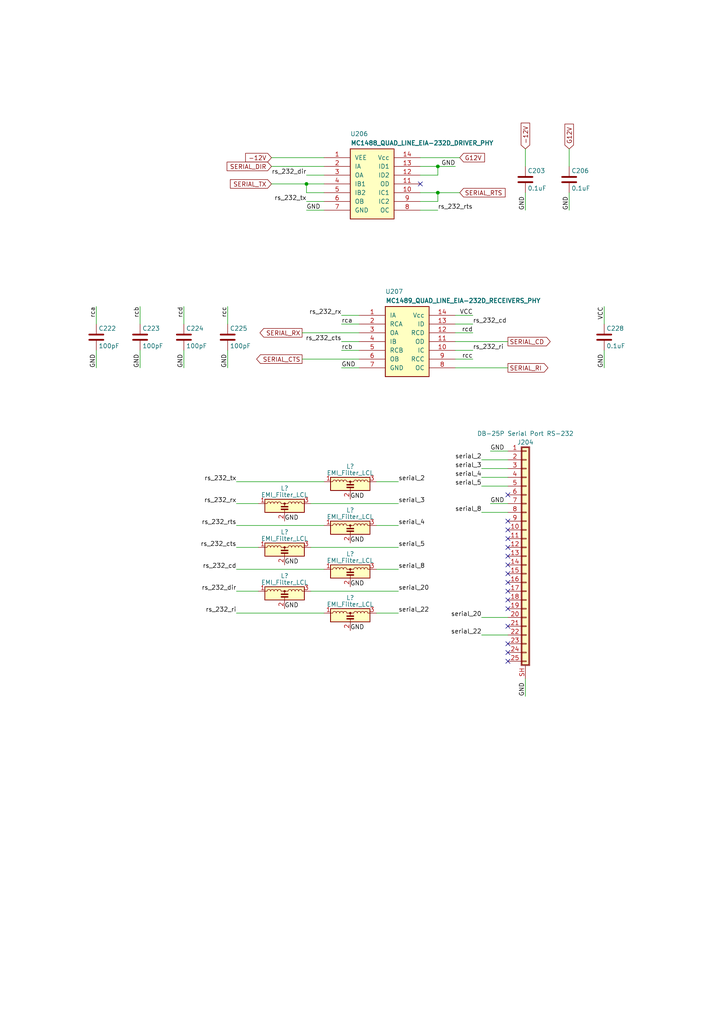
<source format=kicad_sch>
(kicad_sch (version 20230121) (generator eeschema)
  (paper "A4" portrait)
  (title_block (title "Converted schematics of Atari STE") (date "2021-08-31") (rev "1.0.0") (comment 1 "Reference : C300780-001"))
  (lib_symbols
    (symbol "Connector_Generic_Shielded:Conn_01x25_Shielded" (pin_names (offset 1.016) hide)
      (property "Reference" "J" (at 0.254 32.766 0))
      (property "Value" "Conn_01x25_Shielded" (at 1.016 -32.766 0))
      (symbol "Conn_01x25_Shielded_1_1"
        (rectangle (start -1.27 31.75) (end 1.27 -31.75) (stroke (width 0.1524)))
        (rectangle (start -1.016 -30.353) (end 0.254 -30.607) (stroke (width 0.1524)))
        (rectangle (start -1.016 -27.813) (end 0.254 -28.067) (stroke (width 0.1524)))
        (rectangle (start -1.016 -25.273) (end 0.254 -25.527) (stroke (width 0.1524)))
        (rectangle (start -1.016 -22.733) (end 0.254 -22.987) (stroke (width 0.1524)))
        (rectangle (start -1.016 -20.193) (end 0.254 -20.447) (stroke (width 0.1524)))
        (rectangle (start -1.016 -17.653) (end 0.254 -17.907) (stroke (width 0.1524)))
        (rectangle (start -1.016 -15.113) (end 0.254 -15.367) (stroke (width 0.1524)))
        (rectangle (start -1.016 -12.573) (end 0.254 -12.827) (stroke (width 0.1524)))
        (rectangle (start -1.016 -10.033) (end 0.254 -10.287) (stroke (width 0.1524)))
        (rectangle (start -1.016 -7.493) (end 0.254 -7.747) (stroke (width 0.1524)))
        (rectangle (start -1.016 -4.953) (end 0.254 -5.207) (stroke (width 0.1524)))
        (rectangle (start -1.016 -2.413) (end 0.254 -2.667) (stroke (width 0.1524)))
        (rectangle (start -1.016 0.127) (end 0.254 -0.127) (stroke (width 0.1524)))
        (rectangle (start -1.016 2.667) (end 0.254 2.413) (stroke (width 0.1524)))
        (rectangle (start -1.016 5.207) (end 0.254 4.953) (stroke (width 0.1524)))
        (rectangle (start -1.016 7.747) (end 0.254 7.493) (stroke (width 0.1524)))
        (rectangle (start -1.016 10.287) (end 0.254 10.033) (stroke (width 0.1524)))
        (rectangle (start -1.016 12.827) (end 0.254 12.573) (stroke (width 0.1524)))
        (rectangle (start -1.016 15.367) (end 0.254 15.113) (stroke (width 0.1524)))
        (rectangle (start -1.016 17.907) (end 0.254 17.653) (stroke (width 0.1524)))
        (rectangle (start -1.016 20.447) (end 0.254 20.193) (stroke (width 0.1524)))
        (rectangle (start -1.016 22.987) (end 0.254 22.733) (stroke (width 0.1524)))
        (rectangle (start -1.016 25.527) (end 0.254 25.273) (stroke (width 0.1524)))
        (rectangle (start -1.016 28.067) (end 0.254 27.813) (stroke (width 0.1524)))
        (rectangle (start -1.016 30.607) (end 0.254 30.353) (stroke (width 0.1524)))
        (rectangle (start -1.016 31.496) (end 1.016 -31.496) (stroke (width 0.254)) (fill (type background)))
        (pin passive line (at -5.08 30.48 0) (length 4.064) (name "Pin_1") (number "1"))
        (pin passive line (at -5.08 7.62 0) (length 4.064) (name "Pin_10") (number "10"))
        (pin passive line (at -5.08 5.08 0) (length 4.064) (name "Pin_11") (number "11"))
        (pin passive line (at -5.08 2.54 0) (length 4.064) (name "Pin_12") (number "12"))
        (pin passive line (at -5.08 0 0) (length 4.064) (name "Pin_13") (number "13"))
        (pin passive line (at -5.08 -2.54 0) (length 4.064) (name "Pin_14") (number "14"))
        (pin passive line (at -5.08 -5.08 0) (length 4.064) (name "Pin_15") (number "15"))
        (pin passive line (at -5.08 -7.62 0) (length 4.064) (name "Pin_16") (number "16"))
        (pin passive line (at -5.08 -10.16 0) (length 4.064) (name "Pin_17") (number "17"))
        (pin passive line (at -5.08 -12.7 0) (length 4.064) (name "Pin_18") (number "18"))
        (pin passive line (at -5.08 -15.24 0) (length 4.064) (name "Pin_19") (number "19"))
        (pin passive line (at -5.08 27.94 0) (length 4.064) (name "Pin_2") (number "2"))
        (pin passive line (at -5.08 -17.78 0) (length 4.064) (name "Pin_20") (number "20"))
        (pin passive line (at -5.08 -20.32 0) (length 4.064) (name "Pin_21") (number "21"))
        (pin passive line (at -5.08 -22.86 0) (length 4.064) (name "Pin_22") (number "22"))
        (pin passive line (at -5.08 -25.4 0) (length 4.064) (name "Pin_23") (number "23"))
        (pin passive line (at -5.08 -27.94 0) (length 4.064) (name "Pin_24") (number "24"))
        (pin passive line (at -5.08 -30.48 0) (length 4.064) (name "Pin_25") (number "25"))
        (pin passive line (at -5.08 25.4 0) (length 4.064) (name "Pin_3") (number "3"))
        (pin passive line (at -5.08 22.86 0) (length 4.064) (name "Pin_4") (number "4"))
        (pin passive line (at -5.08 20.32 0) (length 4.064) (name "Pin_5") (number "5"))
        (pin passive line (at -5.08 17.78 0) (length 4.064) (name "Pin_6") (number "6"))
        (pin passive line (at -5.08 15.24 0) (length 4.064) (name "Pin_7") (number "7"))
        (pin passive line (at -5.08 12.7 0) (length 4.064) (name "Pin_8") (number "8"))
        (pin passive line (at -5.08 10.16 0) (length 4.064) (name "Pin_9") (number "9"))
        (pin passive line (at 0 -35.56 90) (length 3.81) (name "Shield") (number "SH"))
      )
    )
    (symbol "Device:C" (pin_numbers hide) (pin_names (offset 0.254))
      (property "Reference" "C" (at 0.635 2.54 0))
      (property "Value" "C" (at 0.635 -2.54 0))
      (symbol "C_0_1"
        (polyline (pts (xy -2.032 -0.762) (xy 2.032 -0.762)) (stroke (width 0.508)))
        (polyline (pts (xy -2.032 0.762) (xy 2.032 0.762)) (stroke (width 0.508)))
      )
      (symbol "C_1_1"
        (pin passive line (at 0 3.81 270) (length 2.794) (name "~") (number "1"))
        (pin passive line (at 0 -3.81 90) (length 2.794) (name "~") (number "2"))
      )
    )
    (symbol "Device:EMI_Filter_LCL" (pin_names (offset 0.254) hide)
      (property "Reference" "FL" (at 0 6.985 0))
      (property "Value" "Device_EMI_Filter_LCL" (at 0 5.08 0))
      (symbol "EMI_Filter_LCL_0_1"
        (rectangle (start -5.715 3.81) (end 5.715 0) (stroke (width 0.254)) (fill (type background)))
        (arc (start -4.064 2.54) (mid -4.572 3.048) (end -5.08 2.54))
        (arc (start -3.048 2.54) (mid -3.556 3.048) (end -4.064 2.54))
        (arc (start -2.032 2.54) (mid -2.54 3.048) (end -3.048 2.54))
        (rectangle (start -1.016 0.762) (end 1.016 1.016) (fill (type outline)))
        (arc (start -1.016 2.54) (mid -1.524 3.048) (end -2.032 2.54))
        (polyline (pts (xy -1.016 2.54) (xy 1.016 2.54)))
        (polyline (pts (xy 0 0.762) (xy 0 0)))
        (polyline (pts (xy 0 2.54) (xy 0 1.778)))
        (circle (center 0 2.54) (radius 0.254) (fill (type outline)))
        (rectangle (start 1.016 1.524) (end -1.016 1.778) (fill (type outline)))
        (arc (start 2.032 2.54) (mid 1.524 3.048) (end 1.016 2.54))
        (arc (start 3.048 2.54) (mid 2.54 3.048) (end 2.032 2.54))
        (arc (start 4.064 2.54) (mid 3.556 3.048) (end 3.048 2.54))
        (arc (start 5.08 2.54) (mid 4.572 3.048) (end 4.064 2.54))
      )
      (symbol "EMI_Filter_LCL_1_1"
        (pin passive line (at -7.62 2.54 0) (length 2.54) (name "1") (number "1"))
        (pin passive line (at 0 -2.54 90) (length 2.54) (name "2") (number "2"))
        (pin passive line (at 7.62 2.54 180) (length 2.54) (name "3") (number "3"))
      )
    )
    (symbol "mc1488:MC1488_QUAD_LINE_EIA-232D_DRIVER_PHY" (pin_names (offset 1.27))
      (property "Reference" "U" (at -6.35 15.24 0))
      (property "Value" "MC1488_QUAD_LINE_EIA-232D_DRIVER_PHY" (at -6.35 12.7 0))
      (symbol "MC1488_QUAD_LINE_EIA-232D_DRIVER_PHY_0_0"
        (rectangle (start -6.35 10.16) (end 6.35 -10.16) (stroke (width 0.254)) (fill (type background)))
        (pin input line (at -13.97 7.62 0) (length 7.62) (name "VEE") (number "1"))
        (pin input line (at 13.97 -2.54 180) (length 7.62) (name "IC1") (number "10"))
        (pin output line (at 13.97 0 180) (length 7.62) (name "OD") (number "11"))
        (pin input line (at 13.97 2.54 180) (length 7.62) (name "ID2") (number "12"))
        (pin input line (at 13.97 5.08 180) (length 7.62) (name "ID1") (number "13"))
        (pin power_in line (at 13.97 7.62 180) (length 7.62) (name "Vcc") (number "14"))
        (pin input line (at -13.97 5.08 0) (length 7.62) (name "IA") (number "2"))
        (pin output line (at -13.97 2.54 0) (length 7.62) (name "OA") (number "3"))
        (pin input line (at -13.97 0 0) (length 7.62) (name "IB1") (number "4"))
        (pin input line (at -13.97 -2.54 0) (length 7.62) (name "IB2") (number "5"))
        (pin output line (at -13.97 -5.08 0) (length 7.62) (name "OB") (number "6"))
        (pin power_in line (at -13.97 -7.62 0) (length 7.62) (name "GND") (number "7"))
        (pin output line (at 13.97 -7.62 180) (length 7.62) (name "OC") (number "8"))
        (pin input line (at 13.97 -5.08 180) (length 7.62) (name "IC2") (number "9"))
      )
    )
    (symbol "mc1489:MC1489_QUAD_LINE_EIA-232D_RECEIVERS_PHY" (pin_names (offset 1.27))
      (property "Reference" "U" (at -6.35 15.24 0))
      (property "Value" "MC1489_QUAD_LINE_EIA-232D_RECEIVERS_PHY" (at -6.35 12.7 0))
      (symbol "MC1489_QUAD_LINE_EIA-232D_RECEIVERS_PHY_0_0"
        (rectangle (start -6.35 10.16) (end 6.35 -10.16) (stroke (width 0.254)) (fill (type background)))
        (pin input line (at -13.97 7.62 0) (length 7.62) (name "IA") (number "1"))
        (pin input line (at 13.97 -2.54 180) (length 7.62) (name "IC") (number "10"))
        (pin output line (at 13.97 0 180) (length 7.62) (name "OD") (number "11"))
        (pin input line (at 13.97 2.54 180) (length 7.62) (name "RCD") (number "12"))
        (pin input line (at 13.97 5.08 180) (length 7.62) (name "ID") (number "13"))
        (pin power_in line (at 13.97 7.62 180) (length 7.62) (name "Vcc") (number "14"))
        (pin input line (at -13.97 5.08 0) (length 7.62) (name "RCA") (number "2"))
        (pin output line (at -13.97 2.54 0) (length 7.62) (name "OA") (number "3"))
        (pin input line (at -13.97 0 0) (length 7.62) (name "IB") (number "4"))
        (pin input line (at -13.97 -2.54 0) (length 7.62) (name "RCB") (number "5"))
        (pin output line (at -13.97 -5.08 0) (length 7.62) (name "OB") (number "6"))
        (pin power_in line (at -13.97 -7.62 0) (length 7.62) (name "GND") (number "7"))
        (pin output line (at 13.97 -7.62 180) (length 7.62) (name "OC") (number "8"))
        (pin input line (at 13.97 -5.08 180) (length 7.62) (name "RCC") (number "9"))
      )
    )
  )
  (junction (at 127 48.26))
  (junction (at 127 55.88))
  (junction (at 88.9 53.34))
  (no_connect (at 147.32 156.21))
  (no_connect (at 147.32 186.69))
  (no_connect (at 147.32 189.23))
  (no_connect (at 147.32 176.53))
  (no_connect (at 147.32 191.77))
  (no_connect (at 147.32 171.45))
  (no_connect (at 147.32 173.99))
  (no_connect (at 147.32 163.83))
  (no_connect (at 147.32 168.91))
  (no_connect (at 147.32 151.13))
  (no_connect (at 147.32 143.51))
  (no_connect (at 147.32 166.37))
  (no_connect (at 147.32 181.61))
  (no_connect (at 147.32 161.29))
  (no_connect (at 147.32 158.75))
  (no_connect (at 121.92 53.34))
  (no_connect (at 147.32 153.67))
  (wire (pts (xy 152.4 55.88) (xy 152.4 60.96)))
  (wire (pts (xy 78.74 45.72) (xy 93.98 45.72)))
  (wire (pts (xy 127 50.8) (xy 121.92 50.8)))
  (wire (pts (xy 109.22 152.4) (xy 115.57 152.4)))
  (wire (pts (xy 132.08 91.44) (xy 137.16 91.44)))
  (wire (pts (xy 175.26 101.6) (xy 175.26 106.68)))
  (wire (pts (xy 132.08 104.14) (xy 137.16 104.14)))
  (wire (pts (xy 68.58 165.1) (xy 93.98 165.1)))
  (wire (pts (xy 109.22 177.8) (xy 115.57 177.8)))
  (wire (pts (xy 27.94 88.9) (xy 27.94 93.98)))
  (wire (pts (xy 127 48.26) (xy 127 50.8)))
  (wire (pts (xy 99.06 91.44) (xy 104.14 91.44)))
  (wire (pts (xy 78.74 48.26) (xy 93.98 48.26)))
  (wire (pts (xy 99.06 106.68) (xy 104.14 106.68)))
  (wire (pts (xy 90.17 146.05) (xy 115.57 146.05)))
  (wire (pts (xy 132.08 99.06) (xy 147.32 99.06)))
  (wire (pts (xy 175.26 88.9) (xy 175.26 93.98)))
  (wire (pts (xy 99.06 101.6) (xy 104.14 101.6)))
  (wire (pts (xy 132.08 101.6) (xy 137.16 101.6)))
  (wire (pts (xy 88.9 60.96) (xy 93.98 60.96)))
  (wire (pts (xy 90.17 158.75) (xy 115.57 158.75)))
  (wire (pts (xy 87.63 96.52) (xy 104.14 96.52)))
  (wire (pts (xy 68.58 146.05) (xy 74.93 146.05)))
  (wire (pts (xy 139.7 179.07) (xy 147.32 179.07)))
  (wire (pts (xy 121.92 55.88) (xy 127 55.88)))
  (wire (pts (xy 165.1 55.88) (xy 165.1 60.96)))
  (wire (pts (xy 40.64 88.9) (xy 40.64 93.98)))
  (wire (pts (xy 53.34 101.6) (xy 53.34 106.68)))
  (wire (pts (xy 27.94 101.6) (xy 27.94 106.68)))
  (wire (pts (xy 68.58 139.7) (xy 93.98 139.7)))
  (wire (pts (xy 121.92 60.96) (xy 127 60.96)))
  (wire (pts (xy 132.08 106.68) (xy 147.32 106.68)))
  (wire (pts (xy 127 55.88) (xy 133.35 55.88)))
  (wire (pts (xy 68.58 171.45) (xy 74.93 171.45)))
  (wire (pts (xy 68.58 177.8) (xy 93.98 177.8)))
  (wire (pts (xy 109.22 139.7) (xy 115.57 139.7)))
  (wire (pts (xy 142.24 146.05) (xy 147.32 146.05)))
  (wire (pts (xy 127 55.88) (xy 127 58.42)))
  (wire (pts (xy 88.9 53.34) (xy 88.9 55.88)))
  (wire (pts (xy 152.4 43.18) (xy 152.4 48.26)))
  (wire (pts (xy 87.63 104.14) (xy 104.14 104.14)))
  (wire (pts (xy 66.04 101.6) (xy 66.04 106.68)))
  (wire (pts (xy 68.58 158.75) (xy 74.93 158.75)))
  (wire (pts (xy 88.9 55.88) (xy 93.98 55.88)))
  (wire (pts (xy 88.9 50.8) (xy 93.98 50.8)))
  (wire (pts (xy 99.06 99.06) (xy 104.14 99.06)))
  (wire (pts (xy 40.64 101.6) (xy 40.64 106.68)))
  (wire (pts (xy 88.9 53.34) (xy 93.98 53.34)))
  (wire (pts (xy 90.17 171.45) (xy 115.57 171.45)))
  (wire (pts (xy 121.92 45.72) (xy 133.35 45.72)))
  (wire (pts (xy 127 48.26) (xy 132.08 48.26)))
  (wire (pts (xy 165.1 43.18) (xy 165.1 48.26)))
  (wire (pts (xy 88.9 58.42) (xy 93.98 58.42)))
  (wire (pts (xy 53.34 88.9) (xy 53.34 93.98)))
  (wire (pts (xy 99.06 93.98) (xy 104.14 93.98)))
  (wire (pts (xy 139.7 133.35) (xy 147.32 133.35)))
  (wire (pts (xy 127 58.42) (xy 121.92 58.42)))
  (wire (pts (xy 139.7 135.89) (xy 147.32 135.89)))
  (wire (pts (xy 66.04 88.9) (xy 66.04 93.98)))
  (wire (pts (xy 127 48.26) (xy 121.92 48.26)))
  (wire (pts (xy 132.08 93.98) (xy 137.16 93.98)))
  (wire (pts (xy 152.4 201.93) (xy 152.4 196.85)))
  (wire (pts (xy 142.24 130.81) (xy 147.32 130.81)))
  (wire (pts (xy 139.7 184.15) (xy 147.32 184.15)))
  (wire (pts (xy 139.7 140.97) (xy 147.32 140.97)))
  (wire (pts (xy 68.58 152.4) (xy 93.98 152.4)))
  (wire (pts (xy 139.7 148.59) (xy 147.32 148.59)))
  (wire (pts (xy 78.74 53.34) (xy 88.9 53.34)))
  (wire (pts (xy 132.08 96.52) (xy 137.16 96.52)))
  (wire (pts (xy 139.7 138.43) (xy 147.32 138.43)))
  (wire (pts (xy 109.22 165.1) (xy 115.57 165.1)))
  (label "rca" (at 27.94 88.9 270))
  (label "GND" (at 82.55 163.83 0))
  (label "GND" (at 101.6 144.78 0))
  (label "GND" (at 132.08 48.26 180))
  (label "rcb" (at 40.64 88.9 270))
  (label "rs_232_dir" (at 88.9 50.8 180))
  (label "rcd" (at 137.16 96.52 180))
  (label "GND" (at 101.6 170.18 0))
  (label "GND" (at 82.55 151.13 0))
  (label "serial_8" (at 139.7 148.59 180))
  (label "GND" (at 152.4 60.96 90))
  (label "rs_232_cts" (at 68.58 158.75 180))
  (label "serial_5" (at 115.57 158.75 0))
  (label "rca" (at 99.06 93.98 0))
  (label "serial_4" (at 139.7 138.43 180))
  (label "GND" (at 165.1 60.96 90))
  (label "rcb" (at 99.06 101.6 0))
  (label "GND" (at 175.26 106.68 90))
  (label "rs_232_dir" (at 68.58 171.45 180))
  (label "rs_232_tx" (at 68.58 139.7 180))
  (label "serial_4" (at 115.57 152.4 0))
  (label "serial_22" (at 139.7 184.15 180))
  (label "serial_20" (at 115.57 171.45 0))
  (label "serial_2" (at 139.7 133.35 180))
  (label "rs_232_rx" (at 99.06 91.44 180))
  (label "rcc" (at 66.04 88.9 270))
  (label "rcc" (at 137.16 104.14 180))
  (label "GND" (at 99.06 106.68 0))
  (label "GND" (at 142.24 146.05 0))
  (label "serial_8" (at 115.57 165.1 0))
  (label "serial_2" (at 115.57 139.7 0))
  (label "GND" (at 40.64 106.68 90))
  (label "rs_232_cts" (at 99.06 99.06 180))
  (label "serial_3" (at 139.7 135.89 180))
  (label "VCC" (at 137.16 91.44 180))
  (label "rs_232_rts" (at 127 60.96 0))
  (label "serial_5" (at 139.7 140.97 180))
  (label "VCC" (at 175.26 88.9 270))
  (label "rs_232_cd" (at 68.58 165.1 180))
  (label "rs_232_rts" (at 68.58 152.4 180))
  (label "GND" (at 53.34 106.68 90))
  (label "GND" (at 82.55 176.53 0))
  (label "GND" (at 152.4 201.93 90))
  (label "GND" (at 27.94 106.68 90))
  (label "GND" (at 142.24 130.81 0))
  (label "GND" (at 101.6 182.88 0))
  (label "GND" (at 66.04 106.68 90))
  (label "rs_232_ri" (at 68.58 177.8 180))
  (label "rs_232_cd" (at 137.16 93.98 0))
  (label "serial_3" (at 115.57 146.05 0))
  (label "rs_232_ri" (at 137.16 101.6 0))
  (label "GND" (at 101.6 157.48 0))
  (label "serial_22" (at 115.57 177.8 0))
  (label "GND" (at 88.9 60.96 0))
  (label "rcd" (at 53.34 88.9 270))
  (label "serial_20" (at 139.7 179.07 180))
  (label "rs_232_rx" (at 68.58 146.05 180))
  (label "rs_232_tx" (at 88.9 58.42 180))
  (global_label "SERIAL_CTS" (shape output) (at 87.63 104.14 180) (property "Intersheetrefs" "${INTERSHEET_REFS}" (effects hide)))
  (global_label "SERIAL_RI" (shape output) (at 147.32 106.68 0) (property "Intersheetrefs" "${INTERSHEET_REFS}" (effects hide)))
  (global_label "-12V" (shape input) (at 78.74 45.72 180) (property "Intersheetrefs" "${INTERSHEET_REFS}" (effects hide)))
  (global_label "-12V" (shape input) (at 152.4 43.18 90) (property "Intersheetrefs" "${INTERSHEET_REFS}" (effects hide)))
  (global_label "SERIAL_CD" (shape output) (at 147.32 99.06 0) (property "Intersheetrefs" "${INTERSHEET_REFS}" (effects hide)))
  (global_label "SERIAL_RTS" (shape input) (at 133.35 55.88 0) (property "Intersheetrefs" "${INTERSHEET_REFS}" (effects hide)))
  (global_label "G12V" (shape input) (at 165.1 43.18 90) (property "Intersheetrefs" "${INTERSHEET_REFS}" (effects hide)))
  (global_label "SERIAL_TX" (shape input) (at 78.74 53.34 180) (property "Intersheetrefs" "${INTERSHEET_REFS}" (effects hide)))
  (global_label "SERIAL_DIR" (shape input) (at 78.74 48.26 180) (property "Intersheetrefs" "${INTERSHEET_REFS}" (effects hide)))
  (global_label "G12V" (shape input) (at 133.35 45.72 0) (property "Intersheetrefs" "${INTERSHEET_REFS}" (effects hide)))
  (global_label "SERIAL_RX" (shape output) (at 87.63 96.52 180) (property "Intersheetrefs" "${INTERSHEET_REFS}" (effects hide)))
  (symbol (lib_id "Connector_Generic_Shielded:Conn_01x25_Shielded") (at 152.4 161.29 0) (unit 1)
    (property "Reference" "J204" (at 152.4 128.27 0))
    (property "Value" "DB-25P Serial Port RS-232" (at 152.4 125.73 0))
    (property "Footprint" "commons-interconnect_THT:DSUB-25_Male_Horizontal_P2.77x2.84mm_EdgePinOffset7.70mm_Housed_MountingHolesOffset9.12mm" (effects hide))
  )
  (symbol (lib_id "mc1488:MC1488_QUAD_LINE_EIA-232D_DRIVER_PHY") (at 107.95 53.34 0) (unit 1)
    (property "Reference" "U206" (at 101.6 38.1 0) (effects (justify left top)))
    (property "Value" "MC1488_QUAD_LINE_EIA-232D_DRIVER_PHY" (at 101.6 40.64 0) (effects (font bold) (justify left top)))
    (property "Footprint" "Package_DIP:DIP-14_W7.62mm_LongPads" (effects hide))
    (property "Datasheet" "https://www.onsemi.com/pdf/datasheet/mc1488-d.pdf" (effects hide))
  )
  (symbol (lib_id "mc1489:MC1489_QUAD_LINE_EIA-232D_RECEIVERS_PHY") (at 118.11 99.06 0) (unit 1)
    (property "Reference" "U207" (at 111.76 83.82 0) (effects (justify left top)))
    (property "Value" "MC1489_QUAD_LINE_EIA-232D_RECEIVERS_PHY" (at 111.76 86.36 0) (effects (font bold) (justify left top)))
    (property "Footprint" "Package_DIP:DIP-14_W7.62mm_LongPads" (effects hide))
    (property "Datasheet" "https://www.onsemi.com/pdf/datasheet/mc1489-d.pdf" (effects hide))
  )
  (symbol (lib_id "Device:C") (at 27.94 97.79 0) (unit 1)
    (property "Reference" "C222" (at 28.575 95.25 0) (effects (justify left)))
    (property "Value" "100pF" (at 28.575 100.33 0) (effects (justify left)))
    (property "Footprint" "commons_passives_THT:Passive_THT_capacitor_W2.54mm_L10.16mm" (effects hide))
  )
  (symbol (lib_id "Device:C") (at 40.64 97.79 0) (unit 1)
    (property "Reference" "C223" (at 41.275 95.25 0) (effects (justify left)))
    (property "Value" "100pF" (at 41.275 100.33 0) (effects (justify left)))
    (property "Footprint" "commons_passives_THT:Passive_THT_capacitor_W2.54mm_L10.16mm" (effects hide))
  )
  (symbol (lib_id "Device:C") (at 53.34 97.79 0) (unit 1)
    (property "Reference" "C224" (at 53.975 95.25 0) (effects (justify left)))
    (property "Value" "100pF" (at 53.975 100.33 0) (effects (justify left)))
    (property "Footprint" "commons_passives_THT:Passive_THT_capacitor_W2.54mm_L10.16mm" (effects hide))
  )
  (symbol (lib_id "Device:C") (at 66.04 97.79 0) (unit 1)
    (property "Reference" "C225" (at 66.675 95.25 0) (effects (justify left)))
    (property "Value" "100pF" (at 66.675 100.33 0) (effects (justify left)))
    (property "Footprint" "commons_passives_THT:Passive_THT_capacitor_W2.54mm_L10.16mm" (effects hide))
  )
  (symbol (lib_id "Device:C") (at 175.26 97.79 0) (unit 1)
    (property "Reference" "C228" (at 175.895 95.25 0) (effects (justify left)))
    (property "Value" "0.1uF" (at 175.895 100.33 0) (effects (justify left)))
    (property "Footprint" "commons_passives_THT:Passive_THT_capacitor_mlcc_W2.54mm_L7.62mm" (effects hide))
  )
  (symbol (lib_id "Device:C") (at 165.1 52.07 0) (unit 1)
    (property "Reference" "C206" (at 165.735 49.53 0) (effects (justify left)))
    (property "Value" "0.1uF" (at 165.735 54.61 0) (effects (justify left)))
    (property "Footprint" "commons_passives_THT:Passive_THT_capacitor_mlcc_W2.54mm_L7.62mm" (effects hide))
  )
  (symbol (lib_id "Device:C") (at 152.4 52.07 0) (unit 1)
    (property "Reference" "C203" (at 153.035 49.53 0) (effects (justify left)))
    (property "Value" "0.1uF" (at 153.035 54.61 0) (effects (justify left)))
    (property "Footprint" "commons_passives_THT:Passive_THT_capacitor_mlcc_W2.54mm_L7.62mm" (effects hide))
  )
  (symbol (lib_id "Device:EMI_Filter_LCL") (at 101.6 142.24 0) (unit 1)
    (property "Reference" "L?" (at 101.6 135.255 0))
    (property "Value" "EMI_Filter_LCL" (at 101.6 137.16 0))
    (property "Footprint" "commons_passives_THT:Passive_THT_EMI_filter_W5.08mm_L7.62mm" (effects hide))
    (property "Datasheet" "http://www.murata.com/~/media/webrenewal/support/library/catalog/products/emc/emifil/c31e.ashx?la=en-gb" (effects hide))
    (instances (project "motherboard" (path "" (reference "L?") (unit 1)) (path "" (reference "L219") (unit 1)) (path "" (reference "L?") (unit 1)) (path "" (reference "L?") (unit 1))))
  )
  (symbol (lib_id "Device:EMI_Filter_LCL") (at 82.55 148.59 0) (unit 1)
    (property "Reference" "L?" (at 82.55 141.605 0))
    (property "Value" "EMI_Filter_LCL" (at 82.55 143.51 0))
    (property "Footprint" "commons_passives_THT:Passive_THT_EMI_filter_W5.08mm_L7.62mm" (effects hide))
    (property "Datasheet" "http://www.murata.com/~/media/webrenewal/support/library/catalog/products/emc/emifil/c31e.ashx?la=en-gb" (effects hide))
    (instances (project "motherboard" (path "" (reference "L?") (unit 1)) (path "" (reference "L220") (unit 1)) (path "" (reference "L?") (unit 1)) (path "" (reference "L?") (unit 1))))
  )
  (symbol (lib_id "Device:EMI_Filter_LCL") (at 101.6 154.94 0) (unit 1)
    (property "Reference" "L?" (at 101.6 147.955 0))
    (property "Value" "EMI_Filter_LCL" (at 101.6 149.86 0))
    (property "Footprint" "commons_passives_THT:Passive_THT_EMI_filter_W5.08mm_L7.62mm" (effects hide))
    (property "Datasheet" "http://www.murata.com/~/media/webrenewal/support/library/catalog/products/emc/emifil/c31e.ashx?la=en-gb" (effects hide))
    (instances (project "motherboard" (path "" (reference "L?") (unit 1)) (path "" (reference "L221") (unit 1)) (path "" (reference "L?") (unit 1)) (path "" (reference "L?") (unit 1))))
  )
  (symbol (lib_id "Device:EMI_Filter_LCL") (at 82.55 161.29 0) (unit 1)
    (property "Reference" "L?" (at 82.55 154.305 0))
    (property "Value" "EMI_Filter_LCL" (at 82.55 156.21 0))
    (property "Footprint" "commons_passives_THT:Passive_THT_EMI_filter_W5.08mm_L7.62mm" (effects hide))
    (property "Datasheet" "http://www.murata.com/~/media/webrenewal/support/library/catalog/products/emc/emifil/c31e.ashx?la=en-gb" (effects hide))
    (instances (project "motherboard" (path "" (reference "L?") (unit 1)) (path "" (reference "L222") (unit 1)) (path "" (reference "L?") (unit 1)) (path "" (reference "L?") (unit 1))))
  )
  (symbol (lib_id "Device:EMI_Filter_LCL") (at 101.6 167.64 0) (unit 1)
    (property "Reference" "L?" (at 101.6 160.655 0))
    (property "Value" "EMI_Filter_LCL" (at 101.6 162.56 0))
    (property "Footprint" "commons_passives_THT:Passive_THT_EMI_filter_W5.08mm_L7.62mm" (effects hide))
    (property "Datasheet" "http://www.murata.com/~/media/webrenewal/support/library/catalog/products/emc/emifil/c31e.ashx?la=en-gb" (effects hide))
    (instances (project "motherboard" (path "" (reference "L?") (unit 1)) (path "" (reference "L223") (unit 1)) (path "" (reference "L?") (unit 1)) (path "" (reference "L?") (unit 1))))
  )
  (symbol (lib_id "Device:EMI_Filter_LCL") (at 82.55 173.99 0) (unit 1)
    (property "Reference" "L?" (at 82.55 167.005 0))
    (property "Value" "EMI_Filter_LCL" (at 82.55 168.91 0))
    (property "Footprint" "commons_passives_THT:Passive_THT_EMI_filter_W5.08mm_L7.62mm" (effects hide))
    (property "Datasheet" "http://www.murata.com/~/media/webrenewal/support/library/catalog/products/emc/emifil/c31e.ashx?la=en-gb" (effects hide))
    (instances (project "motherboard" (path "" (reference "L?") (unit 1)) (path "" (reference "L224") (unit 1)) (path "" (reference "L?") (unit 1)) (path "" (reference "L?") (unit 1))))
  )
  (symbol (lib_id "Device:EMI_Filter_LCL") (at 101.6 180.34 0) (unit 1)
    (property "Reference" "L?" (at 101.6 173.355 0))
    (property "Value" "EMI_Filter_LCL" (at 101.6 175.26 0))
    (property "Footprint" "commons_passives_THT:Passive_THT_EMI_filter_W5.08mm_L7.62mm" (effects hide))
    (property "Datasheet" "http://www.murata.com/~/media/webrenewal/support/library/catalog/products/emc/emifil/c31e.ashx?la=en-gb" (effects hide))
    (instances (project "motherboard" (path "" (reference "L?") (unit 1)) (path "" (reference "L225") (unit 1)) (path "" (reference "L?") (unit 1)) (path "" (reference "L?") (unit 1))))
  )
)
</source>
